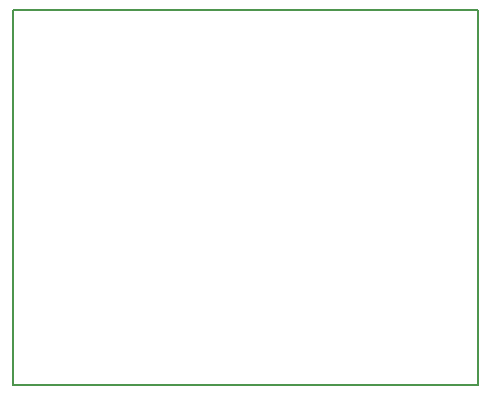
<source format=gbr>
G04 #@! TF.GenerationSoftware,KiCad,Pcbnew,(5.1.5-0-10_14)*
G04 #@! TF.CreationDate,2021-12-04T19:34:15-07:00*
G04 #@! TF.ProjectId,PC8801mkII VGA,50433838-3031-46d6-9b49-49205647412e,rev?*
G04 #@! TF.SameCoordinates,Original*
G04 #@! TF.FileFunction,Profile,NP*
%FSLAX46Y46*%
G04 Gerber Fmt 4.6, Leading zero omitted, Abs format (unit mm)*
G04 Created by KiCad (PCBNEW (5.1.5-0-10_14)) date 2021-12-04 19:34:15*
%MOMM*%
%LPD*%
G04 APERTURE LIST*
%ADD10C,0.150000*%
G04 APERTURE END LIST*
D10*
X214630000Y-92710000D02*
X214630000Y-92075000D01*
X214630000Y-123825000D02*
X214630000Y-92710000D01*
X175260000Y-92075000D02*
X214630000Y-92075000D01*
X175260000Y-123825000D02*
X214630000Y-123825000D01*
X175260000Y-92075000D02*
X175260000Y-123825000D01*
M02*

</source>
